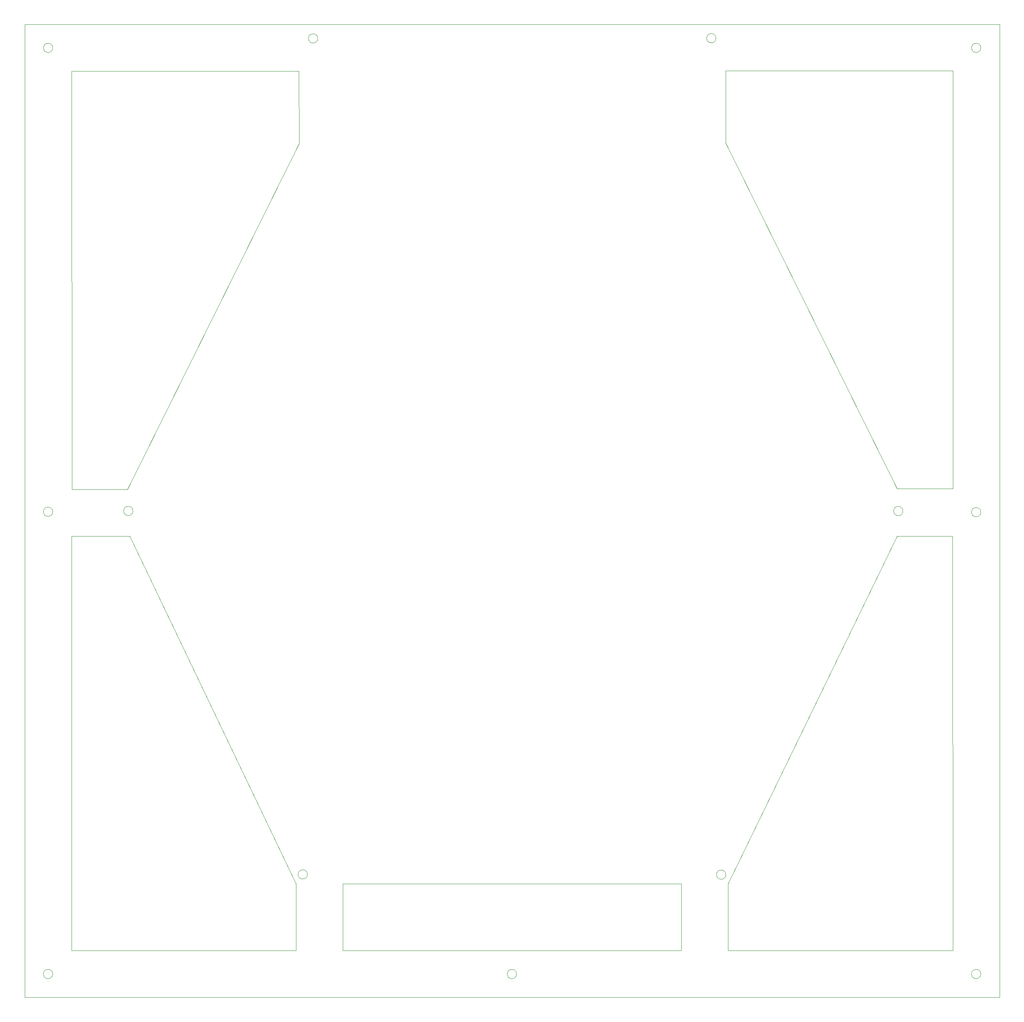
<source format=gm1>
%TF.GenerationSoftware,KiCad,Pcbnew,6.0.11+dfsg-1*%
%TF.CreationDate,2024-04-05T16:29:56+02:00*%
%TF.ProjectId,hexapad,68657861-7061-4642-9e6b-696361645f70,rev?*%
%TF.SameCoordinates,Original*%
%TF.FileFunction,Profile,NP*%
%FSLAX46Y46*%
G04 Gerber Fmt 4.6, Leading zero omitted, Abs format (unit mm)*
G04 Created by KiCad (PCBNEW 6.0.11+dfsg-1) date 2024-04-05 16:29:56*
%MOMM*%
%LPD*%
G01*
G04 APERTURE LIST*
%TA.AperFunction,Profile*%
%ADD10C,0.100000*%
%TD*%
G04 APERTURE END LIST*
D10*
X134758000Y-220075000D02*
X207650000Y-220075000D01*
X207650000Y-220075000D02*
X207650000Y-234450000D01*
X207650000Y-234450000D02*
X134758000Y-234450000D01*
X134758000Y-234450000D02*
X134758000Y-220075000D01*
X266145579Y-44755943D02*
X266095579Y-134849943D01*
X254099579Y-134853943D01*
X217149579Y-60328943D01*
X217174993Y-44753995D01*
X266145993Y-44751995D01*
X266145579Y-44755943D01*
X266096000Y-234446000D02*
X217725000Y-234425000D01*
X217725000Y-220050000D01*
X254075000Y-145100000D01*
X266046000Y-145100000D01*
X266096000Y-234446000D01*
X124625000Y-220075000D02*
X124625000Y-234450000D01*
X76279000Y-234446000D01*
X76329000Y-145100000D01*
X88800000Y-145100000D01*
X124625000Y-220075000D01*
X125274586Y-44901988D02*
X125300000Y-60476936D01*
X88350000Y-135001936D01*
X76354000Y-134997936D01*
X76304000Y-44903936D01*
X76303586Y-44899988D01*
X125274586Y-44901988D01*
X272150000Y-139950000D02*
G75*
G03*
X272150000Y-139950000I-1000000J0D01*
G01*
X172150000Y-239500000D02*
G75*
G03*
X172150000Y-239500000I-1000000J0D01*
G01*
X255375000Y-139700000D02*
G75*
G03*
X255375000Y-139700000I-1000000J0D01*
G01*
X89525000Y-139675000D02*
G75*
G03*
X89525000Y-139675000I-1000000J0D01*
G01*
X272150000Y-39850000D02*
G75*
G03*
X272150000Y-39850000I-1000000J0D01*
G01*
X72250000Y-139850000D02*
G75*
G03*
X72250000Y-139850000I-1000000J0D01*
G01*
X72250000Y-239500000D02*
G75*
G03*
X72250000Y-239500000I-1000000J0D01*
G01*
X215100000Y-37775000D02*
G75*
G03*
X215100000Y-37775000I-1000000J0D01*
G01*
X72250000Y-39850000D02*
G75*
G03*
X72250000Y-39850000I-1000000J0D01*
G01*
X129325000Y-37825000D02*
G75*
G03*
X129325000Y-37825000I-1000000J0D01*
G01*
X217225000Y-218075000D02*
G75*
G03*
X217225000Y-218075000I-1000000J0D01*
G01*
X127100000Y-218025000D02*
G75*
G03*
X127100000Y-218025000I-1000000J0D01*
G01*
X272150000Y-239500000D02*
G75*
G03*
X272150000Y-239500000I-1000000J0D01*
G01*
X66196000Y-34798000D02*
X276196000Y-34798000D01*
X276196000Y-34798000D02*
X276196000Y-244544000D01*
X276196000Y-244544000D02*
X66196000Y-244544000D01*
X66196000Y-244544000D02*
X66196000Y-34798000D01*
M02*

</source>
